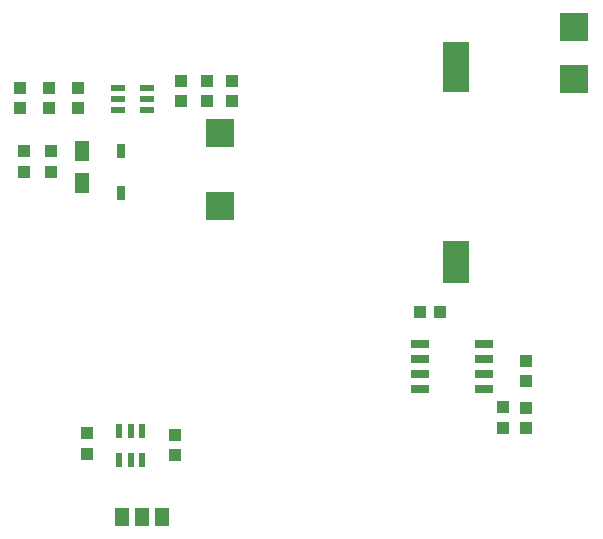
<source format=gbr>
G04 EAGLE Gerber RS-274X export*
G75*
%MOMM*%
%FSLAX34Y34*%
%LPD*%
%INSolderpaste Top*%
%IPPOS*%
%AMOC8*
5,1,8,0,0,1.08239X$1,22.5*%
G01*
%ADD10R,1.000000X1.100000*%
%ADD11R,2.300000X4.300000*%
%ADD12R,2.300000X3.660000*%
%ADD13R,1.200000X0.600000*%
%ADD14R,1.525000X0.650000*%
%ADD15R,0.800000X1.150000*%
%ADD16R,1.250000X1.700000*%
%ADD17R,2.450000X2.350000*%
%ADD18R,2.400000X2.400000*%
%ADD19R,1.100000X1.000000*%
%ADD20R,0.600000X1.200000*%
%ADD21R,1.300000X1.500000*%


D10*
X175000Y363100D03*
X175000Y380100D03*
X262000Y386000D03*
X262000Y369000D03*
X284000Y386100D03*
X284000Y369100D03*
D11*
X494900Y397658D03*
D12*
X494900Y233245D03*
D13*
X208400Y380200D03*
X208400Y370700D03*
X208400Y361200D03*
X233400Y361200D03*
X233400Y370700D03*
X233400Y380200D03*
D14*
X518980Y125058D03*
X518980Y137758D03*
X518980Y150458D03*
X518980Y163158D03*
X464740Y163158D03*
X464740Y150458D03*
X464740Y137758D03*
X464740Y125058D03*
D10*
X554000Y92576D03*
X554000Y109576D03*
X535000Y92776D03*
X535000Y109776D03*
X554000Y149300D03*
X554000Y132300D03*
X126000Y362900D03*
X126000Y379900D03*
X150000Y379900D03*
X150000Y362900D03*
X305000Y386500D03*
X305000Y369500D03*
D15*
X211000Y291500D03*
X211000Y326500D03*
D16*
X178000Y299500D03*
X178000Y326500D03*
D10*
X152000Y309500D03*
X152000Y326500D03*
X129000Y309500D03*
X129000Y326500D03*
D17*
X295000Y280000D03*
X295000Y342000D03*
D18*
X595000Y432000D03*
X595000Y388000D03*
D19*
X464152Y191000D03*
X481152Y191000D03*
D20*
X209956Y65224D03*
X219456Y65224D03*
X228956Y65224D03*
X228956Y90224D03*
X219456Y90224D03*
X209956Y90224D03*
D10*
X182372Y87748D03*
X182372Y70748D03*
X257048Y86732D03*
X257048Y69732D03*
D21*
X212108Y16764D03*
X229108Y16764D03*
X246108Y16764D03*
M02*

</source>
